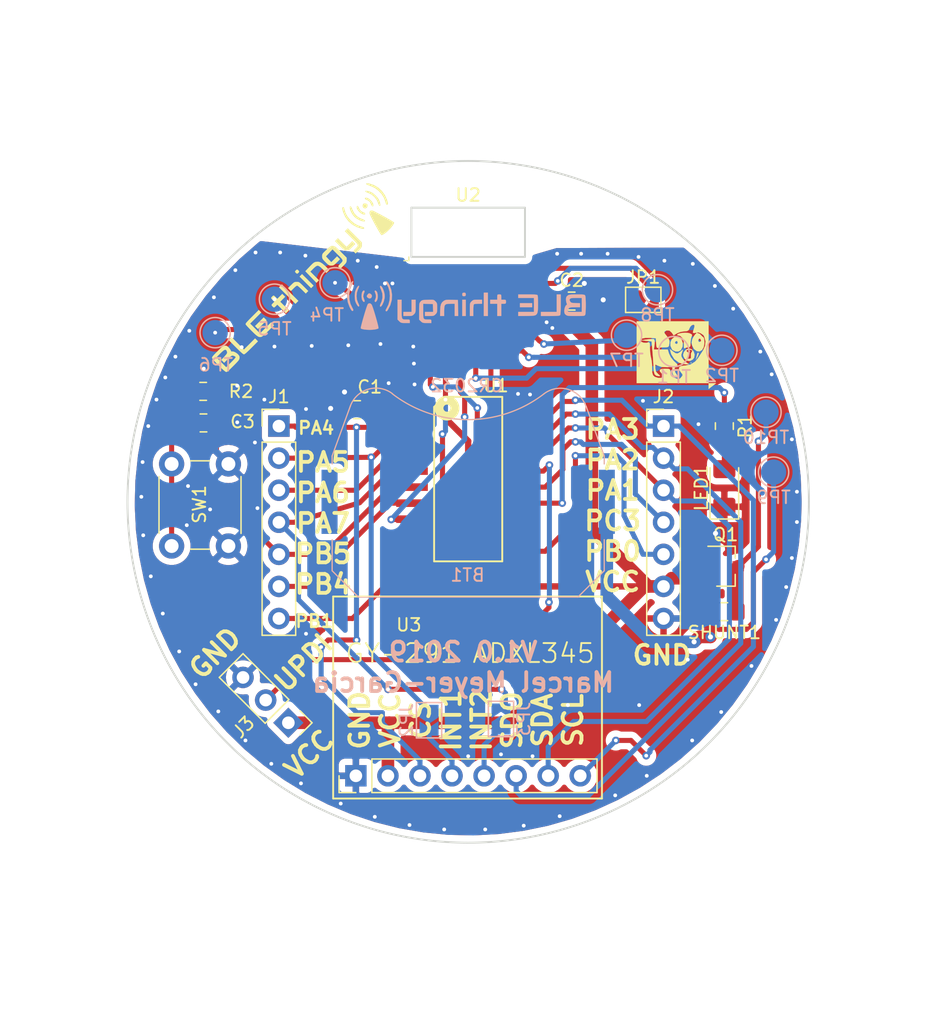
<source format=kicad_pcb>
(kicad_pcb (version 20171130) (host pcbnew 5.0.2-bee76a0~70~ubuntu18.04.1)
  (layers (0 F.Cu signal) (31 B.Cu signal) (34 B.Paste user) (35 F.Paste user) (36 B.SilkS user) (37 F.SilkS user) (38 B.Mask user) (39 F.Mask user) (44 Edge.Cuts user))
  (net 0 "")
  (net 1 "Net-(BT1-Pad1)")
  (net 2 "Net-(Q1-Pad3)")
  (net 3 GND)
  (net 4 VCC)
  (net 5 PA4)
  (net 6 PA5)
  (net 7 PA6)
  (net 8 PA7)
  (net 9 PB5)
  (net 10 PB4)
  (net 11 PB1)
  (net 12 PB0)
  (net 13 PC3)
  (net 14 PA1)
  (net 15 PA2)
  (net 16 PA3)
  (net 17 UPDI)
  (net 18 "Net-(JP1-Pad2)")
  (net 19 "Net-(TP1-Pad1)")
  (net 20 "Net-(TP2-Pad1)")
  (net 21 "Net-(TP4-Pad1)")
  (net 22 "Net-(TP5-Pad1)")
  (net 23 "Net-(TP6-Pad1)")
  (net 24 "Net-(TP7-Pad1)")
  (net 25 "Net-(TP8-Pad1)")
  (net 26 BLE_RESET)
  (net 27 MCU_RX)
  (net 28 BLE_WAKEUP)
  (net 29 MCU_TX)
  (net 30 "Net-(JP2-Pad2)")
  (net 31 "Net-(JP3-Pad1)")
  (net 32 "Net-(R1-Pad1)")
  (net 33 "Net-(R2-Pad2)")
  (net 34 "Net-(LED1-Pad2)")
  (module my_components:BLE_thingy_logo (layer F.Cu) (at 136.9 82.55 45)
    (fp_text reference G*** hide)
    (fp_text value LOGO hide)
  )
  (module LED_SMD:LED_1206_3216Metric_Pad1.42x1.75mm_HandSolder (layer F.Cu) (at 170.3 98.9 90)
    (fp_text reference LED1 (at 0 -1.82 90) (layer F.SilkS))
    (fp_text value LED)
    (pad 1 smd roundrect (at -1.4875 0 90) (size 1.425 1.75) (layers F.Cu F.Paste F.Mask) (roundrect_rratio 0.175439) (net 3 GND))
    (pad 2 smd roundrect (at 1.4875 0 90) (size 1.425 1.75) (layers F.Cu F.Paste F.Mask) (roundrect_rratio 0.175439) (net 34 "Net-(LED1-Pad2)"))
  )
  (module Capacitor_SMD:C_0805_2012Metric_Pad1.15x1.40mm_HandSolder (layer F.Cu) (at 158.2 84.1)
    (fp_text reference C2 (at 0 -1.65) (layer F.SilkS))
    (fp_text value C)
    (pad 1 smd roundrect (at -1.025 0) (size 1.15 1.4) (layers F.Cu F.Paste F.Mask) (roundrect_rratio 0.217391) (net 4 VCC))
    (pad 2 smd roundrect (at 1.025 0) (size 1.15 1.4) (layers F.Cu F.Paste F.Mask) (roundrect_rratio 0.217391) (net 3 GND))
  )
  (module Capacitor_SMD:C_0805_2012Metric_Pad1.15x1.40mm_HandSolder (layer F.Cu) (at 141.2 92.7 180)
    (fp_text reference C1 (at -1 1.8 180) (layer F.SilkS))
    (fp_text value C)
    (pad 2 smd roundrect (at 1.025 0 180) (size 1.15 1.4) (layers F.Cu F.Paste F.Mask) (roundrect_rratio 0.217391) (net 3 GND))
    (pad 1 smd roundrect (at -1.025 0 180) (size 1.15 1.4) (layers F.Cu F.Paste F.Mask) (roundrect_rratio 0.217391) (net 4 VCC))
  )
  (module Connector_PinHeader_2.54mm:PinHeader_1x07_P2.54mm_Vertical (layer F.Cu) (at 165.48 94)
    (fp_text reference J2 (at 0 -2.33) (layer F.SilkS))
    (fp_text value Conn_01x07)
    (pad 7 thru_hole oval (at 0 15.24) (size 1.7 1.7) (drill 1) (layers *.Cu *.Mask) (net 3 GND))
    (pad 6 thru_hole oval (at 0 12.7) (size 1.7 1.7) (drill 1) (layers *.Cu *.Mask) (net 4 VCC))
    (pad 5 thru_hole oval (at 0 10.16) (size 1.7 1.7) (drill 1) (layers *.Cu *.Mask) (net 12 PB0))
    (pad 4 thru_hole oval (at 0 7.62) (size 1.7 1.7) (drill 1) (layers *.Cu *.Mask) (net 13 PC3))
    (pad 3 thru_hole oval (at 0 5.08) (size 1.7 1.7) (drill 1) (layers *.Cu *.Mask) (net 14 PA1))
    (pad 2 thru_hole oval (at 0 2.54) (size 1.7 1.7) (drill 1) (layers *.Cu *.Mask) (net 15 PA2))
    (pad 1 thru_hole rect (at 0 0) (size 1.7 1.7) (drill 1) (layers *.Cu *.Mask) (net 16 PA3))
  )
  (module my_components:GY-291_ADXL345_breakout_board (layer F.Cu) (at 141.1 121.7 90)
    (fp_text reference U3 (at 11.95 4.2 180) (layer F.SilkS))
    (fp_text value GY-291_ADXL345)
    (fp_text user "GY-291 ADXL345" (at 9.7 9.05 180) (layer F.SilkS) (effects (font (size 1.5 1.5))))
    (pad 1 thru_hole rect (at 0 0 90) (size 1.7 1.7) (drill 1) (layers *.Cu *.Mask) (net 3 GND))
    (pad 2 thru_hole oval (at 0 2.54 90) (size 1.7 1.7) (drill 1) (layers *.Cu *.Mask) (net 4 VCC))
    (pad 3 thru_hole oval (at 0 5.08 90) (size 1.7 1.7) (drill 1) (layers *.Cu *.Mask) (net 5 PA4))
    (pad 4 thru_hole oval (at 0 7.62 90) (size 1.7 1.7) (drill 1) (layers *.Cu *.Mask) (net 30 "Net-(JP2-Pad2)"))
    (pad 5 thru_hole oval (at 0 10.16 90) (size 1.7 1.7) (drill 1) (layers *.Cu *.Mask) (net 31 "Net-(JP3-Pad1)"))
    (pad 6 thru_hole oval (at 0 12.7 90) (size 1.7 1.7) (drill 1) (layers *.Cu *.Mask) (net 15 PA2))
    (pad 7 thru_hole oval (at 0 15.24 90) (size 1.7 1.7) (drill 1) (layers *.Cu *.Mask) (net 14 PA1))
    (pad 8 thru_hole oval (at 0 17.78 90) (size 1.7 1.7) (drill 1) (layers *.Cu *.Mask) (net 16 PA3))
  )
  (module TestPoint:TestPoint_Pad_D2.0mm (layer B.Cu) (at 173.6 92.9)
    (fp_text reference TP10 (at 0 1.998) (layer B.SilkS) (effects (justify mirror)))
    (fp_text value SHUNT-)
    (pad 1 smd circle (at 0 0) (size 2 2) (layers B.Cu B.Mask) (net 2 "Net-(Q1-Pad3)"))
  )
  (module TestPoint:TestPoint_Pad_D2.0mm (layer B.Cu) (at 129.95 86.6)
    (fp_text reference TP6 (at 0.05 2.55) (layer B.SilkS) (effects (justify mirror)))
    (fp_text value P1_7)
    (pad 1 smd circle (at 0 0) (size 2 2) (layers B.Cu B.Mask) (net 23 "Net-(TP6-Pad1)"))
  )
  (module TestPoint:TestPoint_Pad_D2.0mm (layer B.Cu) (at 162.55 86.8)
    (fp_text reference TP7 (at 0 1.998) (layer B.SilkS) (effects (justify mirror)))
    (fp_text value P0_2)
    (pad 1 smd circle (at 0 0) (size 2 2) (layers B.Cu B.Mask) (net 24 "Net-(TP7-Pad1)"))
  )
  (module Connector_PinHeader_2.54mm:PinHeader_1x03_P2.54mm_Vertical (layer F.Cu) (at 135.75 117.5 225)
    (fp_text reference J3 (at 2.757716 2.262742 225) (layer F.SilkS))
    (fp_text value PROGRAMMING_CONN)
    (pad 1 thru_hole rect (at 0 0 225) (size 1.7 1.7) (drill 1) (layers *.Cu *.Mask) (net 4 VCC))
    (pad 2 thru_hole oval (at 0 2.54 225) (size 1.7 1.7) (drill 1) (layers *.Cu *.Mask) (net 17 UPDI))
    (pad 3 thru_hole oval (at 0 5.079999 225) (size 1.7 1.7) (drill 1) (layers *.Cu *.Mask) (net 3 GND))
  )
  (module Resistor_SMD:R_0805_2012Metric_Pad1.15x1.40mm_HandSolder (layer F.Cu) (at 129 91.25 180)
    (fp_text reference R2 (at -3 0 180) (layer F.SilkS))
    (fp_text value 1k)
    (pad 1 smd roundrect (at -1.025 0 180) (size 1.15 1.4) (layers F.Cu F.Paste F.Mask) (roundrect_rratio 0.217391) (net 9 PB5))
    (pad 2 smd roundrect (at 1.025 0 180) (size 1.15 1.4) (layers F.Cu F.Paste F.Mask) (roundrect_rratio 0.217391) (net 33 "Net-(R2-Pad2)"))
  )
  (module Resistor_SMD:R_0805_2012Metric_Pad1.15x1.40mm_HandSolder (layer F.Cu) (at 170.3 108.7 180)
    (fp_text reference SHUNT1 (at 0 -1.65 180) (layer F.SilkS))
    (fp_text value R)
    (pad 1 smd roundrect (at -1.025 0 180) (size 1.15 1.4) (layers F.Cu F.Paste F.Mask) (roundrect_rratio 0.217391) (net 2 "Net-(Q1-Pad3)"))
    (pad 2 smd roundrect (at 1.025 0 180) (size 1.15 1.4) (layers F.Cu F.Paste F.Mask) (roundrect_rratio 0.217391) (net 1 "Net-(BT1-Pad1)"))
  )
  (module TestPoint:TestPoint_Pad_D2.0mm (layer B.Cu) (at 165 83.2)
    (fp_text reference TP8 (at 0 1.998) (layer B.SilkS) (effects (justify mirror)))
    (fp_text value P2_7)
    (pad 1 smd circle (at 0 0) (size 2 2) (layers B.Cu B.Mask) (net 25 "Net-(TP8-Pad1)"))
  )
  (module TestPoint:TestPoint_Pad_D2.0mm (layer B.Cu) (at 139.45 82.65)
    (fp_text reference TP4 (at -0.65 2.55) (layer B.SilkS) (effects (justify mirror)))
    (fp_text value P1_3)
    (pad 1 smd circle (at 0 0) (size 2 2) (layers B.Cu B.Mask) (net 21 "Net-(TP4-Pad1)"))
  )
  (module TestPoint:TestPoint_Pad_D2.0mm (layer B.Cu) (at 170.1 88)
    (fp_text reference TP2 (at 0 1.998) (layer B.SilkS) (effects (justify mirror)))
    (fp_text value P0_0)
    (pad 1 smd circle (at 0 0) (size 2 2) (layers B.Cu B.Mask) (net 20 "Net-(TP2-Pad1)"))
  )
  (module Button_Switch_THT:SW_PUSH_6mm_H4.3mm (layer F.Cu) (at 131 97 270)
    (fp_text reference SW1 (at 3.2 2.3 270) (layer F.SilkS))
    (fp_text value SW_Push)
    (pad 2 thru_hole circle (at 0 4.5) (size 2 2) (drill 1.1) (layers *.Cu *.Mask) (net 33 "Net-(R2-Pad2)"))
    (pad 1 thru_hole circle (at 0 0) (size 2 2) (drill 1.1) (layers *.Cu *.Mask) (net 3 GND))
    (pad 2 thru_hole circle (at 6.5 4.5) (size 2 2) (drill 1.1) (layers *.Cu *.Mask) (net 33 "Net-(R2-Pad2)"))
    (pad 1 thru_hole circle (at 6.5 0) (size 2 2) (drill 1.1) (layers *.Cu *.Mask) (net 3 GND))
  )
  (module TestPoint:TestPoint_Pad_D2.0mm (layer B.Cu) (at 174.2 97.65)
    (fp_text reference TP9 (at 0 1.998) (layer B.SilkS) (effects (justify mirror)))
    (fp_text value SHUNT+)
    (pad 1 smd circle (at 0 0) (size 2 2) (layers B.Cu B.Mask) (net 1 "Net-(BT1-Pad1)"))
  )
  (module Package_TO_SOT_SMD:SOT-23 (layer F.Cu) (at 170.4 105.1)
    (fp_text reference Q1 (at 0 -2.5) (layer F.SilkS))
    (fp_text value IRLML6401TRPBF)
    (pad 1 smd rect (at -1 -0.95) (size 0.9 0.8) (layers F.Cu F.Paste F.Mask) (net 3 GND))
    (pad 2 smd rect (at -1 0.95) (size 0.9 0.8) (layers F.Cu F.Paste F.Mask) (net 4 VCC))
    (pad 3 smd rect (at 1 0) (size 0.9 0.8) (layers F.Cu F.Paste F.Mask) (net 2 "Net-(Q1-Pad3)"))
  )
  (module RF_Module:Microchip_RN4871 (layer F.Cu) (at 150 85)
    (fp_text reference U2 (at 0 -9.3) (layer F.SilkS))
    (fp_text value RN4871)
    (pad 6 smd rect (at -3 3.05) (size 0.7 1.5) (layers F.Cu F.Paste F.Mask) (net 28 BLE_WAKEUP))
    (pad 7 smd rect (at -1.8 3.05) (size 0.7 1.5) (layers F.Cu F.Paste F.Mask) (net 29 MCU_TX))
    (pad 8 smd rect (at -0.6 3.05) (size 0.7 1.5) (layers F.Cu F.Paste F.Mask) (net 27 MCU_RX))
    (pad 9 smd rect (at 0.6 3.05) (size 0.7 1.5) (layers F.Cu F.Paste F.Mask) (net 19 "Net-(TP1-Pad1)"))
    (pad 10 smd rect (at 1.8 3.05) (size 0.7 1.5) (layers F.Cu F.Paste F.Mask) (net 26 BLE_RESET))
    (pad 11 smd rect (at 3 3.05) (size 0.7 1.5) (layers F.Cu F.Paste F.Mask) (net 20 "Net-(TP2-Pad1)"))
    (pad 5 smd rect (at -4.35 1.35 90) (size 0.7 1.5) (layers F.Cu F.Paste F.Mask) (net 23 "Net-(TP6-Pad1)"))
    (pad 4 smd rect (at -4.35 0.15 90) (size 0.7 1.5) (layers F.Cu F.Paste F.Mask) (net 22 "Net-(TP5-Pad1)"))
    (pad 3 smd rect (at -4.35 -1.05 90) (size 0.7 1.5) (layers F.Cu F.Paste F.Mask) (net 21 "Net-(TP4-Pad1)"))
    (pad 2 smd rect (at -4.35 -2.25 90) (size 0.7 1.5) (layers F.Cu F.Paste F.Mask) (net 3 GND))
    (pad 1 smd rect (at -4.35 -3.45 90) (size 0.7 1.5) (layers F.Cu F.Paste F.Mask))
    (pad 12 smd rect (at 4.35 1.35 90) (size 0.7 1.5) (layers F.Cu F.Paste F.Mask) (net 24 "Net-(TP7-Pad1)"))
    (pad 13 smd rect (at 4.35 0.15 90) (size 0.7 1.5) (layers F.Cu F.Paste F.Mask) (net 3 GND))
    (pad 14 smd rect (at 4.35 -1.05 90) (size 0.7 1.5) (layers F.Cu F.Paste F.Mask) (net 4 VCC))
    (pad 15 smd rect (at 4.35 -2.3 90) (size 0.7 1.5) (layers F.Cu F.Paste F.Mask) (net 25 "Net-(TP8-Pad1)"))
    (pad 16 smd rect (at 4.35 -3.45 90) (size 0.7 1.5) (layers F.Cu F.Paste F.Mask) (net 18 "Net-(JP1-Pad2)"))
  )
  (module TestPoint:TestPoint_Pad_D2.0mm (layer B.Cu) (at 134.65 83.95)
    (fp_text reference TP5 (at 0 2.35) (layer B.SilkS) (effects (justify mirror)))
    (fp_text value P1_2)
    (pad 1 smd circle (at 0 0) (size 2 2) (layers B.Cu B.Mask) (net 22 "Net-(TP5-Pad1)"))
  )
  (module my_components:SOIC-20_elongated_pads (layer F.Cu) (at 150 98.2 270)
    (fp_text reference U1 (at -7.4 -2.2) (layer F.SilkS))
    (fp_text value ATtiny3216)
    (pad 20 smd rect (at -5.715 -4.45 270) (size 0.6 2.5) (layers F.Cu F.Paste F.Mask) (net 3 GND))
    (pad 1 smd rect (at -5.715 4.45 270) (size 0.6 2.5) (layers F.Cu F.Paste F.Mask) (net 4 VCC))
    (pad 19 smd rect (at -4.445 -4.45 270) (size 0.6 2.5) (layers F.Cu F.Paste F.Mask) (net 16 PA3))
    (pad 2 smd rect (at -4.445 4.45 270) (size 0.6 2.5) (layers F.Cu F.Paste F.Mask) (net 5 PA4))
    (pad 18 smd rect (at -3.175 -4.45 270) (size 0.6 2.5) (layers F.Cu F.Paste F.Mask) (net 15 PA2))
    (pad 3 smd rect (at -3.175 4.45 270) (size 0.6 2.5) (layers F.Cu F.Paste F.Mask) (net 6 PA5))
    (pad 17 smd rect (at -1.905 -4.45 270) (size 0.6 2.5) (layers F.Cu F.Paste F.Mask) (net 14 PA1))
    (pad 4 smd rect (at -1.905 4.45 270) (size 0.6 2.5) (layers F.Cu F.Paste F.Mask) (net 7 PA6))
    (pad 16 smd rect (at -0.635 -4.45 270) (size 0.6 2.5) (layers F.Cu F.Paste F.Mask) (net 17 UPDI))
    (pad 5 smd rect (at -0.635 4.45 270) (size 0.6 2.5) (layers F.Cu F.Paste F.Mask) (net 8 PA7))
    (pad 15 smd rect (at 0.635 -4.45 270) (size 0.6 2.5) (layers F.Cu F.Paste F.Mask) (net 13 PC3))
    (pad 6 smd rect (at 0.635 4.45 270) (size 0.6 2.5) (layers F.Cu F.Paste F.Mask) (net 9 PB5))
    (pad 14 smd rect (at 1.905 -4.45 270) (size 0.6 2.5) (layers F.Cu F.Paste F.Mask) (net 32 "Net-(R1-Pad1)"))
    (pad 7 smd rect (at 1.905 4.45 270) (size 0.6 2.5) (layers F.Cu F.Paste F.Mask) (net 10 PB4))
    (pad 13 smd rect (at 3.175 -4.45 270) (size 0.6 2.5) (layers F.Cu F.Paste F.Mask) (net 26 BLE_RESET))
    (pad 8 smd rect (at 3.175 4.45 270) (size 0.6 2.5) (layers F.Cu F.Paste F.Mask) (net 27 MCU_RX))
    (pad 12 smd rect (at 4.445 -4.45 270) (size 0.6 2.5) (layers F.Cu F.Paste F.Mask) (net 28 BLE_WAKEUP))
    (pad 9 smd rect (at 4.445 4.45 270) (size 0.6 2.5) (layers F.Cu F.Paste F.Mask) (net 29 MCU_TX))
    (pad 11 smd rect (at 5.715 -4.45 270) (size 0.6 2.5) (layers F.Cu F.Paste F.Mask) (net 12 PB0))
    (pad 10 smd rect (at 5.715 4.45 270) (size 0.6 2.5) (layers F.Cu F.Paste F.Mask) (net 11 PB1))
  )
  (module Battery:BatteryHolder_Keystone_3034_1x20mm (layer B.Cu) (at 150 100)
    (fp_text reference BT1 (at -0.05 5.8) (layer B.SilkS) (effects (justify mirror)))
    (fp_text value CR2032 (at -0.1 -9.2 180) (layer B.SilkS) (effects (justify mirror)))
    (pad 2 smd rect (at 0 0) (size 3.96 3.96) (layers B.Cu B.Paste B.Mask) (net 3 GND))
    (pad 1 smd rect (at 10.985 0) (size 1.27 5.08) (layers B.Cu B.Paste B.Mask) (net 1 "Net-(BT1-Pad1)"))
    (pad 1 smd rect (at -10.985 0) (size 1.27 5.08) (layers B.Cu B.Paste B.Mask))
  )
  (module Jumper:SolderJumper-2_P1.3mm_Open_TrianglePad1.0x1.5mm (layer F.Cu) (at 163.875 84)
    (fp_text reference JP1 (at 0 -1.8) (layer F.SilkS))
    (fp_text value BLE_MODE)
    (pad 2 smd custom (at 0.725 0) (size 0.3 0.3) (layers F.Cu F.Mask) (net 18 "Net-(JP1-Pad2)") (options (clearance outline) (anchor rect)) (primitives (gr_poly (pts (xy -0.65 -0.75) (xy 0.5 -0.75) (xy 0.5 0.75) (xy -0.65 0.75) (xy -0.15 0)) (width 0))))
    (pad 1 smd custom (at -0.725 0) (size 0.3 0.3) (layers F.Cu F.Mask) (net 3 GND) (options (clearance outline) (anchor rect)) (primitives (gr_poly (pts (xy -0.5 -0.75) (xy 0.5 -0.75) (xy 1 0) (xy 0.5 0.75) (xy -0.5 0.75)) (width 0))))
  )
  (module Resistor_SMD:R_0805_2012Metric_Pad1.15x1.40mm_HandSolder (layer F.Cu) (at 170.3 94 270)
    (fp_text reference R1 (at 0 -1.65 270) (layer F.SilkS))
    (fp_text value 68R)
    (pad 2 smd roundrect (at 1.025 0 270) (size 1.15 1.4) (layers F.Cu F.Paste F.Mask) (roundrect_rratio 0.217391) (net 34 "Net-(LED1-Pad2)"))
    (pad 1 smd roundrect (at -1.025 0 270) (size 1.15 1.4) (layers F.Cu F.Paste F.Mask) (roundrect_rratio 0.217391) (net 32 "Net-(R1-Pad1)"))
  )
  (module Connector_PinHeader_2.54mm:PinHeader_1x07_P2.54mm_Vertical (layer F.Cu) (at 135 94)
    (fp_text reference J1 (at 0 -2.33) (layer F.SilkS))
    (fp_text value Conn_01x07)
    (pad 1 thru_hole rect (at 0 0) (size 1.7 1.7) (drill 1) (layers *.Cu *.Mask) (net 5 PA4))
    (pad 2 thru_hole oval (at 0 2.54) (size 1.7 1.7) (drill 1) (layers *.Cu *.Mask) (net 6 PA5))
    (pad 3 thru_hole oval (at 0 5.08) (size 1.7 1.7) (drill 1) (layers *.Cu *.Mask) (net 7 PA6))
    (pad 4 thru_hole oval (at 0 7.62) (size 1.7 1.7) (drill 1) (layers *.Cu *.Mask) (net 8 PA7))
    (pad 5 thru_hole oval (at 0 10.16) (size 1.7 1.7) (drill 1) (layers *.Cu *.Mask) (net 9 PB5))
    (pad 6 thru_hole oval (at 0 12.7) (size 1.7 1.7) (drill 1) (layers *.Cu *.Mask) (net 10 PB4))
    (pad 7 thru_hole oval (at 0 15.24) (size 1.7 1.7) (drill 1) (layers *.Cu *.Mask) (net 11 PB1))
  )
  (module Jumper:SolderJumper-2_P1.3mm_Open_TrianglePad1.0x1.5mm (layer B.Cu) (at 152.6 117.2 90)
    (fp_text reference JP3 (at 0 1.8 90) (layer B.SilkS) (effects (justify mirror)))
    (fp_text value INT2)
    (pad 1 smd custom (at -0.725 0 90) (size 0.3 0.3) (layers B.Cu B.Mask) (net 31 "Net-(JP3-Pad1)") (options (clearance outline) (anchor rect)) (primitives (gr_poly (pts (xy -0.5 0.75) (xy 0.5 0.75) (xy 1 0) (xy 0.5 -0.75) (xy -0.5 -0.75)) (width 0))))
    (pad 2 smd custom (at 0.725 0 90) (size 0.3 0.3) (layers B.Cu B.Mask) (net 8 PA7) (options (clearance outline) (anchor rect)) (primitives (gr_poly (pts (xy -0.65 0.75) (xy 0.5 0.75) (xy 0.5 -0.75) (xy -0.65 -0.75) (xy -0.15 0)) (width 0))))
  )
  (module Jumper:SolderJumper-2_P1.3mm_Open_TrianglePad1.0x1.5mm (layer B.Cu) (at 146.9 117.3 270)
    (fp_text reference JP2 (at 0 1.8 270) (layer B.SilkS) (effects (justify mirror)))
    (fp_text value INT1)
    (pad 2 smd custom (at 0.725 0 270) (size 0.3 0.3) (layers B.Cu B.Mask) (net 30 "Net-(JP2-Pad2)") (options (clearance outline) (anchor rect)) (primitives (gr_poly (pts (xy -0.65 0.75) (xy 0.5 0.75) (xy 0.5 -0.75) (xy -0.65 -0.75) (xy -0.15 0)) (width 0))))
    (pad 1 smd custom (at -0.725 0 270) (size 0.3 0.3) (layers B.Cu B.Mask) (net 6 PA5) (options (clearance outline) (anchor rect)) (primitives (gr_poly (pts (xy -0.5 0.75) (xy 0.5 0.75) (xy 1 0) (xy 0.5 -0.75) (xy -0.5 -0.75)) (width 0))))
  )
  (module Capacitor_SMD:C_0805_2012Metric_Pad1.15x1.40mm_HandSolder (layer F.Cu) (at 129.025 93.75)
    (fp_text reference C3 (at 3.1 -0.1) (layer F.SilkS))
    (fp_text value 100n)
    (pad 1 smd roundrect (at -1.025 0) (size 1.15 1.4) (layers F.Cu F.Paste F.Mask) (roundrect_rratio 0.217391) (net 9 PB5))
    (pad 2 smd roundrect (at 1.025 0) (size 1.15 1.4) (layers F.Cu F.Paste F.Mask) (roundrect_rratio 0.217391) (net 3 GND))
  )
  (module TestPoint:TestPoint_Pad_D2.0mm (layer B.Cu) (at 166.3 88.1)
    (fp_text reference TP1 (at 0 1.998) (layer B.SilkS) (effects (justify mirror)))
    (fp_text value P3_6)
    (pad 1 smd circle (at 0 0) (size 2 2) (layers B.Cu B.Mask) (net 19 "Net-(TP1-Pad1)"))
  )
  (module my_components:BLE_thingy_logo (layer B.Cu) (at 149.9 84.45 180)
    (fp_text reference G*** hide)
    (fp_text value LOGO hide)
  )
  (module my_components:dawg (layer F.Cu) (at 166.35 88.1)
    (fp_text reference G*** hide)
    (fp_text value LOGO hide)
  )
  (gr_text "V1.0 2019\nMarcel Meyer-Garcia" (at 149.6 113.1) (layer B.SilkS) (effects (font (size 1.5 1.5) (thickness 0.3)) (justify mirror)))
  (gr_text PB1 (at 137.8 109.45) (layer F.SilkS) (effects (font (size 1 1) (thickness 0.2))))
  (gr_text PA4 (at 137.95 94.15) (layer F.SilkS) (effects (font (size 1 1) (thickness 0.2))))
  (gr_text GND (at 165.35 112.15) (layer F.SilkS) (effects (font (size 1.5 1.5) (thickness 0.3))))
  (gr_text VCC (at 137.4 120 45) (layer F.SilkS) (effects (font (size 1.5 1.5) (thickness 0.3))))
  (gr_text GND (at 129.95 112 45) (layer F.SilkS) (effects (font (size 1.5 1.5) (thickness 0.3))))
  (gr_text UPDI (at 136.95 112.75 45) (layer F.SilkS) (effects (font (size 1.5 1.5) (thickness 0.3))))
  (gr_text "GND\nVCC\nCS\nINT1\nINT2\nSDO\nSDA\nSCL" (at 149.85 117.3 90) (layer F.SilkS) (effects (font (size 1.5 1.5) (thickness 0.3))))
  (gr_text "PA3\nPA2\nPA1\nPC3\nPB0\nVCC" (at 161.45 100.3) (layer F.SilkS) (effects (font (size 1.5 1.5) (thickness 0.3))))
  (gr_text "PA5\nPA6\nPA7\nPB5\nPB4" (at 138.5 101.7) (layer F.SilkS) (effects (font (size 1.5 1.5) (thickness 0.3))))
  (gr_circle (center 150 100) (end 177 100) (layer Edge.Cuts) (width 0.15))
  (gr_line (start 154.5 76.8) (end 154.5 76.7) (layer Edge.Cuts) (width 0.15))
  (gr_line (start 154.5 80.6) (end 154.5 76.8) (layer Edge.Cuts) (width 0.15))
  (gr_line (start 145.5 80.6) (end 154.5 80.6) (layer Edge.Cuts) (width 0.15))
  (gr_line (start 145.5 76.7) (end 145.5 80.6) (layer Edge.Cuts) (width 0.15))
  (gr_line (start 154.5 76.7) (end 145.5 76.7) (layer Edge.Cuts) (width 0.15))
  (via (at 169.2 110.7) (size 0.8) (drill 0.4) (layers F.Cu B.Cu) (net 1))
  (segment (start 164.591999 111.090001) (end 167.9 111.090001) (width 1) (layer B.Cu) (net 1))
  (segment (start 160.985 100) (end 160.985 107.483002) (width 1) (layer B.Cu) (net 1))
  (segment (start 160.985 107.483002) (end 164.591999 111.090001) (width 1) (layer B.Cu) (net 1))
  (segment (start 169.2 108.775) (end 169.275 108.7) (width 1) (layer F.Cu) (net 1))
  (segment (start 169.2 110.7) (end 169.2 108.775) (width 1) (layer F.Cu) (net 1))
  (via (at 167.9 111.090001) (size 0.8) (drill 0.4) (layers F.Cu B.Cu) (net 1))
  (segment (start 168.290001 110.7) (end 167.9 111.090001) (width 1) (layer F.Cu) (net 1))
  (segment (start 169.2 110.7) (end 168.290001 110.7) (width 1) (layer F.Cu) (net 1))
  (via (at 173.6 104.557107) (size 0.6) (drill 0.3) (layers F.Cu B.Cu) (net 1))
  (segment (start 174.2 97.65) (end 174.2 103.957107) (width 0.4) (layer B.Cu) (net 1))
  (segment (start 174.2 103.957107) (end 173.6 104.557107) (width 0.4) (layer B.Cu) (net 1))
  (segment (start 172.60001 105.557097) (end 172.60001 109.54351) (width 0.4) (layer F.Cu) (net 1))
  (segment (start 173.6 104.557107) (end 172.60001 105.557097) (width 0.4) (layer F.Cu) (net 1))
  (segment (start 169.275 109.5) (end 169.275 108.7) (width 0.4) (layer F.Cu) (net 1))
  (segment (start 172.04351 110.10001) (end 169.87501 110.10001) (width 0.4) (layer F.Cu) (net 1))
  (segment (start 169.87501 110.10001) (end 169.275 109.5) (width 0.4) (layer F.Cu) (net 1))
  (segment (start 172.60001 109.54351) (end 172.04351 110.10001) (width 0.4) (layer F.Cu) (net 1))
  (segment (start 171.325 105.175) (end 171.4 105.1) (width 1) (layer F.Cu) (net 2))
  (segment (start 171.325 108.7) (end 171.325 105.175) (width 1) (layer F.Cu) (net 2))
  (via (at 173 95.2) (size 0.6) (drill 0.3) (layers F.Cu B.Cu) (net 2))
  (segment (start 173.6 92.9) (end 173.6 94.6) (width 0.4) (layer B.Cu) (net 2))
  (segment (start 173.6 94.6) (end 173 95.2) (width 0.4) (layer B.Cu) (net 2))
  (segment (start 171.45 105.1) (end 171.4 105.1) (width 0.4) (layer F.Cu) (net 2))
  (segment (start 173 103.55) (end 171.45 105.1) (width 0.4) (layer F.Cu) (net 2))
  (segment (start 173 95.2) (end 173 103.55) (width 0.4) (layer F.Cu) (net 2))
  (segment (start 169.4 104.15) (end 169.4 102.7) (width 1) (layer F.Cu) (net 3))
  (via (at 169.6 102.5) (size 0.8) (drill 0.4) (layers F.Cu B.Cu) (net 3))
  (segment (start 169.4 102.7) (end 169.6 102.5) (width 1) (layer F.Cu) (net 3))
  (via (at 140.2 91.3) (size 0.8) (drill 0.4) (layers F.Cu B.Cu) (net 3))
  (segment (start 140.175 92.7) (end 140.175 91.325) (width 1) (layer F.Cu) (net 3))
  (segment (start 140.175 91.325) (end 140.2 91.3) (width 1) (layer F.Cu) (net 3))
  (via (at 139.1 92.6) (size 0.8) (drill 0.4) (layers F.Cu B.Cu) (net 3))
  (segment (start 140.175 92.7) (end 139.2 92.7) (width 1) (layer F.Cu) (net 3))
  (segment (start 139.2 92.7) (end 139.1 92.6) (width 1) (layer F.Cu) (net 3))
  (via (at 159.2 82.7) (size 0.8) (drill 0.4) (layers F.Cu B.Cu) (net 3))
  (segment (start 159.225 84.1) (end 159.225 82.725) (width 1) (layer F.Cu) (net 3))
  (segment (start 159.225 82.725) (end 159.2 82.7) (width 1) (layer F.Cu) (net 3))
  (via (at 160.7 84) (size 0.8) (drill 0.4) (layers F.Cu B.Cu) (net 3))
  (segment (start 159.225 84.1) (end 160.6 84.1) (width 1) (layer F.Cu) (net 3))
  (segment (start 160.6 84.1) (end 160.7 84) (width 1) (layer F.Cu) (net 3))
  (via (at 144 82.7) (size 0.6) (drill 0.3) (layers F.Cu B.Cu) (net 3))
  (segment (start 145.65 82.75) (end 144.05 82.75) (width 0.5) (layer F.Cu) (net 3))
  (segment (start 144.05 82.75) (end 144 82.7) (width 0.5) (layer F.Cu) (net 3))
  (via (at 143.4 82.7) (size 0.6) (drill 0.3) (layers F.Cu B.Cu) (net 3))
  (segment (start 144 82.7) (end 143.4 82.7) (width 0.5) (layer F.Cu) (net 3))
  (segment (start 154.35 85.15) (end 155.588361 85.15) (width 0.5) (layer F.Cu) (net 3))
  (via (at 156.215562 85.777201) (size 0.6) (drill 0.3) (layers F.Cu B.Cu) (net 3))
  (segment (start 155.588361 85.15) (end 156.215562 85.777201) (width 0.5) (layer F.Cu) (net 3))
  (via (at 156.668261 86.231739) (size 0.6) (drill 0.3) (layers F.Cu B.Cu) (net 3))
  (segment (start 156.215562 85.777201) (end 156.215562 85.77904) (width 0.5) (layer F.Cu) (net 3))
  (segment (start 156.215562 85.77904) (end 156.668261 86.231739) (width 0.5) (layer F.Cu) (net 3))
  (via (at 153.95 91.45) (size 0.6) (drill 0.3) (layers F.Cu B.Cu) (net 3))
  (segment (start 154.45 92.485) (end 154.45 91.95) (width 0.4) (layer F.Cu) (net 3))
  (segment (start 154.45 91.95) (end 153.95 91.45) (width 0.4) (layer F.Cu) (net 3))
  (via (at 154.9 91.5) (size 0.6) (drill 0.3) (layers F.Cu B.Cu) (net 3))
  (segment (start 154.45 91.95) (end 154.9 91.5) (width 0.4) (layer F.Cu) (net 3))
  (segment (start 170.3 101.8) (end 169.6 102.5) (width 0.4) (layer F.Cu) (net 3))
  (segment (start 170.3 100.3875) (end 170.3 101.8) (width 0.4) (layer F.Cu) (net 3))
  (segment (start 163.15 84) (end 160.7 84) (width 0.4) (layer F.Cu) (net 3))
  (segment (start 130.05 96.05) (end 131 97) (width 0.4) (layer F.Cu) (net 3))
  (segment (start 130.05 93.75) (end 130.05 96.05) (width 0.4) (layer F.Cu) (net 3))
  (via (at 126.8 88.5) (size 0.6) (drill 0.3) (layers F.Cu B.Cu) (net 3))
  (via (at 126 90.15) (size 0.6) (drill 0.3) (layers F.Cu B.Cu) (net 3))
  (via (at 125.3 91.9) (size 0.6) (drill 0.3) (layers F.Cu B.Cu) (net 3))
  (via (at 124.65 94) (size 0.6) (drill 0.3) (layers F.Cu B.Cu) (net 3))
  (via (at 124.2 96.85) (size 0.6) (drill 0.3) (layers F.Cu B.Cu) (net 3))
  (via (at 124.1 99.6) (size 0.6) (drill 0.3) (layers F.Cu B.Cu) (net 3))
  (via (at 124.25 102.65) (size 0.6) (drill 0.3) (layers F.Cu B.Cu) (net 3))
  (via (at 124.85 105.9) (size 0.6) (drill 0.3) (layers F.Cu B.Cu) (net 3))
  (via (at 125.8 108.85) (size 0.6) (drill 0.3) (layers F.Cu B.Cu) (net 3))
  (via (at 127.1 111.85) (size 0.6) (drill 0.3) (layers F.Cu B.Cu) (net 3))
  (via (at 128.4 114.45) (size 0.6) (drill 0.3) (layers F.Cu B.Cu) (net 3))
  (via (at 130.2 116.6) (size 0.6) (drill 0.3) (layers F.Cu B.Cu) (net 3))
  (via (at 132.35 118.9) (size 0.6) (drill 0.3) (layers F.Cu B.Cu) (net 3))
  (via (at 134.4 120.75) (size 0.6) (drill 0.3) (layers F.Cu B.Cu) (net 3))
  (via (at 136.75 122.3) (size 0.6) (drill 0.3) (layers F.Cu B.Cu) (net 3))
  (via (at 139.9 123.9) (size 0.6) (drill 0.3) (layers F.Cu B.Cu) (net 3))
  (via (at 142.6 124.95) (size 0.6) (drill 0.3) (layers F.Cu B.Cu) (net 3))
  (via (at 145.35 125.6) (size 0.6) (drill 0.3) (layers F.Cu B.Cu) (net 3))
  (via (at 148.1 125.95) (size 0.6) (drill 0.3) (layers F.Cu B.Cu) (net 3))
  (via (at 151.35 125.95) (size 0.6) (drill 0.3) (layers F.Cu B.Cu) (net 3))
  (via (at 154.4 125.65) (size 0.6) (drill 0.3) (layers F.Cu B.Cu) (net 3))
  (via (at 157.25 124.9) (size 0.6) (drill 0.3) (layers F.Cu B.Cu) (net 3))
  (via (at 161.65 123.25) (size 0.6) (drill 0.3) (layers F.Cu B.Cu) (net 3))
  (via (at 164.15 121.7) (size 0.6) (drill 0.3) (layers F.Cu B.Cu) (net 3))
  (via (at 167.75 118.9) (size 0.6) (drill 0.3) (layers F.Cu B.Cu) (net 3))
  (via (at 170.05 116.65) (size 0.6) (drill 0.3) (layers F.Cu B.Cu) (net 3))
  (via (at 172.45 113) (size 0.6) (drill 0.3) (layers F.Cu B.Cu) (net 3))
  (via (at 174.4 109.35) (size 0.6) (drill 0.3) (layers F.Cu B.Cu) (net 3))
  (via (at 175.2 106.75) (size 0.6) (drill 0.3) (layers F.Cu B.Cu) (net 3))
  (via (at 175.65 104.45) (size 0.6) (drill 0.3) (layers F.Cu B.Cu) (net 3))
  (via (at 176.05 101.6) (size 0.6) (drill 0.3) (layers F.Cu B.Cu) (net 3))
  (via (at 176.05 99.2) (size 0.6) (drill 0.3) (layers F.Cu B.Cu) (net 3))
  (via (at 175.65 95.05) (size 0.6) (drill 0.3) (layers F.Cu B.Cu) (net 3))
  (via (at 174.05 89.9) (size 0.6) (drill 0.3) (layers F.Cu B.Cu) (net 3))
  (via (at 173.15 88.1) (size 0.6) (drill 0.3) (layers F.Cu B.Cu) (net 3))
  (via (at 171 84.7) (size 0.6) (drill 0.3) (layers F.Cu B.Cu) (net 3))
  (via (at 169.55 82.9) (size 0.6) (drill 0.3) (layers F.Cu B.Cu) (net 3))
  (via (at 167.8 81.15) (size 0.6) (drill 0.3) (layers F.Cu B.Cu) (net 3))
  (via (at 165.55 80.9) (size 0.6) (drill 0.3) (layers F.Cu B.Cu) (net 3))
  (via (at 163.5 80.6) (size 0.6) (drill 0.3) (layers F.Cu B.Cu) (net 3))
  (via (at 161.05 80.35) (size 0.6) (drill 0.3) (layers F.Cu B.Cu) (net 3))
  (via (at 158.95 80.35) (size 0.6) (drill 0.3) (layers F.Cu B.Cu) (net 3))
  (via (at 157.05 80.35) (size 0.6) (drill 0.3) (layers F.Cu B.Cu) (net 3))
  (via (at 142.75 81.4) (size 0.6) (drill 0.3) (layers F.Cu B.Cu) (net 3))
  (via (at 141.25 80.9) (size 0.6) (drill 0.3) (layers F.Cu B.Cu) (net 3))
  (via (at 137.1 80.5) (size 0.6) (drill 0.3) (layers F.Cu B.Cu) (net 3))
  (via (at 135.1 80.25) (size 0.6) (drill 0.3) (layers F.Cu B.Cu) (net 3))
  (via (at 133.15 80.25) (size 0.6) (drill 0.3) (layers F.Cu B.Cu) (net 3))
  (via (at 131.55 81.65) (size 0.6) (drill 0.3) (layers F.Cu B.Cu) (net 3))
  (via (at 129.85 83.8) (size 0.6) (drill 0.3) (layers F.Cu B.Cu) (net 3))
  (via (at 127.9 86.45) (size 0.6) (drill 0.3) (layers F.Cu B.Cu) (net 3))
  (via (at 145.65 87.7) (size 0.6) (drill 0.3) (layers F.Cu B.Cu) (net 3))
  (via (at 145.7 89.05) (size 0.6) (drill 0.3) (layers F.Cu B.Cu) (net 3))
  (via (at 145.75 90.7) (size 0.6) (drill 0.3) (layers F.Cu B.Cu) (net 3))
  (via (at 143.7 90.6) (size 0.6) (drill 0.3) (layers F.Cu B.Cu) (net 3))
  (via (at 132.05 87.75) (size 0.6) (drill 0.3) (layers F.Cu B.Cu) (net 3))
  (via (at 134.65 87.7) (size 0.6) (drill 0.3) (layers F.Cu B.Cu) (net 3))
  (via (at 137.6 87.65) (size 0.6) (drill 0.3) (layers F.Cu B.Cu) (net 3))
  (via (at 140.5 87.6) (size 0.6) (drill 0.3) (layers F.Cu B.Cu) (net 3))
  (via (at 143.05 87.5) (size 0.6) (drill 0.3) (layers F.Cu B.Cu) (net 3))
  (via (at 133.3 100.5) (size 0.6) (drill 0.3) (layers F.Cu B.Cu) (net 3))
  (via (at 137.15 92.65) (size 0.6) (drill 0.3) (layers F.Cu B.Cu) (net 3))
  (via (at 133.85 91.9) (size 0.6) (drill 0.3) (layers F.Cu B.Cu) (net 3))
  (via (at 133.1 95.3) (size 0.6) (drill 0.3) (layers F.Cu B.Cu) (net 3))
  (via (at 131.7 93.7) (size 0.6) (drill 0.3) (layers F.Cu B.Cu) (net 3))
  (via (at 131.7 90.8) (size 0.6) (drill 0.3) (layers F.Cu B.Cu) (net 3))
  (via (at 129.05 89.45) (size 0.6) (drill 0.3) (layers F.Cu B.Cu) (net 3))
  (via (at 127.8 98.75) (size 0.6) (drill 0.3) (layers F.Cu B.Cu) (net 3))
  (via (at 129.55 100.6) (size 0.6) (drill 0.3) (layers F.Cu B.Cu) (net 3))
  (via (at 127.7 101.85) (size 0.6) (drill 0.3) (layers F.Cu B.Cu) (net 3))
  (via (at 137.15 110.45) (size 0.6) (drill 0.3) (layers F.Cu B.Cu) (net 3))
  (via (at 150 120.15) (size 0.6) (drill 0.3) (layers F.Cu B.Cu) (net 3))
  (via (at 155.1 120.15) (size 0.6) (drill 0.3) (layers F.Cu B.Cu) (net 3))
  (via (at 152.6 120) (size 0.6) (drill 0.3) (layers F.Cu B.Cu) (net 3))
  (via (at 167.4 112.5) (size 0.6) (drill 0.3) (layers F.Cu B.Cu) (net 3))
  (via (at 163.55 116.1) (size 0.6) (drill 0.3) (layers F.Cu B.Cu) (net 3))
  (via (at 157.9 116.1) (size 0.6) (drill 0.3) (layers F.Cu B.Cu) (net 3))
  (via (at 163.85 92) (size 0.6) (drill 0.3) (layers F.Cu B.Cu) (net 3))
  (via (at 168.25 93.85) (size 0.6) (drill 0.3) (layers F.Cu B.Cu) (net 3))
  (segment (start 166.13 106.05) (end 165.48 106.7) (width 1) (layer F.Cu) (net 4))
  (segment (start 169.4 106.05) (end 166.13 106.05) (width 1) (layer F.Cu) (net 4))
  (segment (start 157.025 83.95) (end 157.175 84.1) (width 0.5) (layer F.Cu) (net 4))
  (segment (start 154.35 83.95) (end 157.025 83.95) (width 0.5) (layer F.Cu) (net 4))
  (segment (start 157.175 84.9) (end 159.8 87.525) (width 1) (layer F.Cu) (net 4))
  (segment (start 157.175 84.1) (end 157.175 84.9) (width 1) (layer F.Cu) (net 4))
  (segment (start 164.277919 106.7) (end 165.48 106.7) (width 1) (layer F.Cu) (net 4))
  (segment (start 159.8 102.222081) (end 164.277919 106.7) (width 1) (layer F.Cu) (net 4))
  (segment (start 159.8 87.525) (end 159.8 102.222081) (width 1) (layer F.Cu) (net 4))
  (segment (start 145.141628 92.076628) (end 145.519999 92.454999) (width 1) (layer F.Cu) (net 4))
  (segment (start 142.848372 92.076628) (end 145.141628 92.076628) (width 1) (layer F.Cu) (net 4))
  (segment (start 142.225 92.7) (end 142.848372 92.076628) (width 1) (layer F.Cu) (net 4))
  (segment (start 150 104.9) (end 151.8 106.7) (width 0.5) (layer F.Cu) (net 4))
  (segment (start 150 95.185) (end 150 104.9) (width 0.5) (layer F.Cu) (net 4))
  (segment (start 145.55 92.485) (end 147.3 92.485) (width 0.5) (layer F.Cu) (net 4))
  (segment (start 147.3 92.485) (end 150 95.185) (width 0.5) (layer F.Cu) (net 4))
  (segment (start 163.95 106.7) (end 153.15 117.5) (width 1) (layer F.Cu) (net 4))
  (segment (start 163.95 106.7) (end 164.277919 106.7) (width 0.5) (layer F.Cu) (net 4))
  (segment (start 151.8 106.7) (end 163.95 106.7) (width 0.5) (layer F.Cu) (net 4))
  (segment (start 143.64 117.61) (end 143.75 117.5) (width 1) (layer F.Cu) (net 4))
  (segment (start 143.64 121.7) (end 143.64 117.61) (width 1) (layer F.Cu) (net 4))
  (segment (start 153.15 117.5) (end 143.75 117.5) (width 1) (layer F.Cu) (net 4))
  (segment (start 143.75 117.5) (end 135.75 117.5) (width 1) (layer F.Cu) (net 4))
  (segment (start 170.3 95.025) (end 170.3 97.4125) (width 0.4) (layer F.Cu) (net 34))
  (segment (start 136.25 94) (end 135 94) (width 0.4) (layer F.Cu) (net 5))
  (segment (start 143.55499 94.10001) (end 141.15 94.10001) (width 0.4) (layer F.Cu) (net 5))
  (segment (start 143.9 93.755) (end 143.55499 94.10001) (width 0.4) (layer F.Cu) (net 5))
  (segment (start 136.35001 94.10001) (end 136.25 94) (width 0.4) (layer F.Cu) (net 5))
  (segment (start 145.55 93.755) (end 143.9 93.755) (width 0.4) (layer F.Cu) (net 5))
  (segment (start 141.15 94.10001) (end 136.35001 94.10001) (width 0.4) (layer F.Cu) (net 5))
  (via (at 141.15 94.10001) (size 0.6) (drill 0.3) (layers F.Cu B.Cu) (net 5))
  (via (at 141.157107 110.942893) (size 0.6) (drill 0.3) (layers F.Cu B.Cu) (net 5))
  (segment (start 141.15 94.10001) (end 141.15 110.935786) (width 0.4) (layer B.Cu) (net 5))
  (segment (start 141.15 110.935786) (end 141.157107 110.942893) (width 0.4) (layer B.Cu) (net 5))
  (via (at 138.347068 111.5) (size 0.6) (drill 0.3) (layers F.Cu B.Cu) (net 5))
  (segment (start 141.157107 110.942893) (end 138.904175 110.942893) (width 0.4) (layer F.Cu) (net 5))
  (segment (start 138.904175 110.942893) (end 138.347068 111.5) (width 0.4) (layer F.Cu) (net 5))
  (segment (start 138.347068 113.867068) (end 138.347068 111.5) (width 0.4) (layer B.Cu) (net 5))
  (segment (start 143.2 117.517919) (end 143.2 116.7) (width 0.4) (layer B.Cu) (net 5))
  (segment (start 146.18 120.497919) (end 143.2 117.517919) (width 0.4) (layer B.Cu) (net 5))
  (segment (start 141.18 116.7) (end 138.347068 113.867068) (width 0.4) (layer B.Cu) (net 5))
  (segment (start 143.2 116.7) (end 141.18 116.7) (width 0.4) (layer B.Cu) (net 5))
  (segment (start 146.18 121.7) (end 146.18 120.497919) (width 0.4) (layer B.Cu) (net 5))
  (segment (start 136.202081 96.54) (end 135 96.54) (width 0.4) (layer F.Cu) (net 6))
  (segment (start 143.9 95.025) (end 142.385 96.54) (width 0.4) (layer F.Cu) (net 6))
  (segment (start 145.55 95.025) (end 143.9 95.025) (width 0.4) (layer F.Cu) (net 6))
  (via (at 142.314296 96.469296) (size 0.6) (drill 0.3) (layers F.Cu B.Cu) (net 6))
  (segment (start 142.314296 111.989296) (end 142.314296 96.469296) (width 0.4) (layer B.Cu) (net 6))
  (segment (start 146.9 116.575) (end 142.314296 111.989296) (width 0.4) (layer B.Cu) (net 6))
  (segment (start 142.385 96.54) (end 142.314296 96.469296) (width 0.4) (layer F.Cu) (net 6))
  (segment (start 142.314296 96.469296) (end 136.202081 96.54) (width 0.4) (layer F.Cu) (net 6))
  (segment (start 136.202081 99.08) (end 135 99.08) (width 0.4) (layer F.Cu) (net 7))
  (segment (start 141.117806 99.08) (end 136.202081 99.08) (width 0.4) (layer F.Cu) (net 7))
  (segment (start 143.902806 96.295) (end 141.117806 99.08) (width 0.4) (layer F.Cu) (net 7))
  (segment (start 145.55 96.295) (end 143.902806 96.295) (width 0.4) (layer F.Cu) (net 7))
  (segment (start 136.202081 101.62) (end 135 101.62) (width 0.4) (layer F.Cu) (net 8))
  (segment (start 145.55 97.565) (end 143.905612 97.565) (width 0.4) (layer F.Cu) (net 8))
  (segment (start 141.4 100.070612) (end 136.202081 101.62) (width 0.4) (layer F.Cu) (net 8))
  (segment (start 143.905612 97.565) (end 141.4 100.070612) (width 0.4) (layer F.Cu) (net 8))
  (via (at 143.65 114.85) (size 0.6) (drill 0.3) (layers F.Cu B.Cu) (net 8))
  (segment (start 136.550001 107.750001) (end 143.65 114.85) (width 0.4) (layer B.Cu) (net 8))
  (segment (start 135 101.62) (end 136.550001 103.170001) (width 0.4) (layer B.Cu) (net 8))
  (segment (start 136.550001 103.170001) (end 136.550001 107.750001) (width 0.4) (layer B.Cu) (net 8))
  (via (at 152.65 114.85) (size 0.6) (drill 0.3) (layers F.Cu B.Cu) (net 8))
  (segment (start 143.65 114.85) (end 152.65 114.85) (width 0.4) (layer F.Cu) (net 8))
  (segment (start 152.949999 115.149999) (end 152.949999 116.125001) (width 0.4) (layer B.Cu) (net 8))
  (segment (start 152.949999 116.125001) (end 152.85001 116.22499) (width 0.4) (layer B.Cu) (net 8))
  (segment (start 152.65 114.85) (end 152.949999 115.149999) (width 0.4) (layer B.Cu) (net 8))
  (segment (start 136.202081 104.16) (end 135 104.16) (width 0.4) (layer F.Cu) (net 9))
  (segment (start 143.908418 98.835) (end 138.583418 104.16) (width 0.4) (layer F.Cu) (net 9))
  (segment (start 138.583418 104.16) (end 136.202081 104.16) (width 0.4) (layer F.Cu) (net 9))
  (segment (start 145.55 98.835) (end 143.908418 98.835) (width 0.4) (layer F.Cu) (net 9))
  (segment (start 129.401628 91.873372) (end 130.025 91.25) (width 0.4) (layer F.Cu) (net 9))
  (segment (start 128.623372 92.720148) (end 129.401628 91.941892) (width 0.4) (layer F.Cu) (net 9))
  (segment (start 128.623372 93.126628) (end 128.623372 92.720148) (width 0.4) (layer F.Cu) (net 9))
  (segment (start 129.401628 91.941892) (end 129.401628 91.873372) (width 0.4) (layer F.Cu) (net 9))
  (segment (start 128 93.75) (end 128.623372 93.126628) (width 0.4) (layer F.Cu) (net 9))
  (segment (start 128.623372 94.373372) (end 128 93.75) (width 0.4) (layer F.Cu) (net 9))
  (segment (start 128.77499 94.52499) (end 128.623372 94.373372) (width 0.4) (layer F.Cu) (net 9))
  (segment (start 128.77499 97.93499) (end 128.77499 94.52499) (width 0.4) (layer F.Cu) (net 9))
  (segment (start 135 104.16) (end 128.77499 97.93499) (width 0.4) (layer F.Cu) (net 9))
  (segment (start 145.55 100.105) (end 144.009998 100.105) (width 0.4) (layer F.Cu) (net 10))
  (segment (start 137.245512 106.7) (end 143.545513 100.399999) (width 0.4) (layer F.Cu) (net 10))
  (segment (start 135 106.7) (end 137.245512 106.7) (width 0.4) (layer F.Cu) (net 10))
  (segment (start 143.840512 100.105) (end 143.545513 100.399999) (width 0.3) (layer F.Cu) (net 10))
  (segment (start 144.009998 100.105) (end 143.840512 100.105) (width 0.3) (layer F.Cu) (net 10))
  (segment (start 136.202081 109.24) (end 135 109.24) (width 0.4) (layer F.Cu) (net 11))
  (segment (start 145.55 104.515) (end 140.825 109.24) (width 0.4) (layer F.Cu) (net 11))
  (segment (start 140.825 109.24) (end 136.202081 109.24) (width 0.4) (layer F.Cu) (net 11))
  (segment (start 145.55 103.915) (end 145.55 104.515) (width 0.4) (layer F.Cu) (net 11))
  (segment (start 158.5 101.515) (end 158.5 96.35) (width 0.4) (layer F.Cu) (net 12))
  (via (at 158.5 96.35) (size 0.6) (drill 0.3) (layers F.Cu B.Cu) (net 12))
  (segment (start 154.45 103.915) (end 156.1 103.915) (width 0.4) (layer F.Cu) (net 12))
  (segment (start 156.1 103.915) (end 158.5 101.515) (width 0.4) (layer F.Cu) (net 12))
  (segment (start 162.35 101.1) (end 163.85 104.15) (width 0.4) (layer B.Cu) (net 12))
  (segment (start 163.85 104.15) (end 165.48 104.16) (width 0.4) (layer B.Cu) (net 12))
  (segment (start 162.35 96.929998) (end 162.35 101.1) (width 0.4) (layer B.Cu) (net 12))
  (segment (start 158.5 96.35) (end 161.770002 96.35) (width 0.4) (layer B.Cu) (net 12))
  (segment (start 161.770002 96.35) (end 162.35 96.929998) (width 0.4) (layer B.Cu) (net 12))
  (segment (start 158.120001 95.249997) (end 158.5 95.249997) (width 0.4) (layer F.Cu) (net 13))
  (segment (start 157.499999 95.869999) (end 158.120001 95.249997) (width 0.4) (layer F.Cu) (net 13))
  (segment (start 157.499999 97.435001) (end 157.499999 95.869999) (width 0.4) (layer F.Cu) (net 13))
  (segment (start 154.45 98.835) (end 156.1 98.835) (width 0.4) (layer F.Cu) (net 13))
  (via (at 158.5 95.249997) (size 0.6) (drill 0.3) (layers F.Cu B.Cu) (net 13))
  (segment (start 156.1 98.835) (end 157.499999 97.435001) (width 0.4) (layer F.Cu) (net 13))
  (segment (start 159.124257 95.44999) (end 162.14999 95.44999) (width 0.4) (layer B.Cu) (net 13))
  (segment (start 158.5 95.249997) (end 158.924264 95.249997) (width 0.4) (layer B.Cu) (net 13))
  (segment (start 158.924264 95.249997) (end 159.124257 95.44999) (width 0.4) (layer B.Cu) (net 13))
  (segment (start 163.250009 96.550009) (end 163.25001 96.557202) (width 0.4) (layer B.Cu) (net 13))
  (segment (start 162.14999 95.44999) (end 163.250009 96.550009) (width 0.4) (layer B.Cu) (net 13))
  (segment (start 163.25001 99.39001) (end 165.48 101.62) (width 0.4) (layer B.Cu) (net 13))
  (segment (start 163.25001 96.557202) (end 163.25001 99.39001) (width 0.4) (layer B.Cu) (net 13))
  (via (at 161.1 94.44999) (size 0.6) (drill 0.3) (layers F.Cu B.Cu) (net 14))
  (segment (start 165.48 99.08) (end 161.1 94.7) (width 0.4) (layer F.Cu) (net 14))
  (segment (start 161.1 94.7) (end 161.1 94.44999) (width 0.4) (layer F.Cu) (net 14))
  (via (at 158.5 94.149994) (size 0.6) (drill 0.3) (layers F.Cu B.Cu) (net 14))
  (segment (start 161.1 94.44999) (end 160.800004 94.149994) (width 0.4) (layer B.Cu) (net 14))
  (segment (start 160.800004 94.149994) (end 158.5 94.149994) (width 0.4) (layer B.Cu) (net 14))
  (segment (start 155.802192 96.295) (end 154.45 96.295) (width 0.4) (layer F.Cu) (net 14))
  (segment (start 157.947198 94.149994) (end 155.802192 96.295) (width 0.4) (layer F.Cu) (net 14))
  (segment (start 158.5 94.149994) (end 157.947198 94.149994) (width 0.4) (layer F.Cu) (net 14))
  (segment (start 166.329999 99.929999) (end 165.48 99.08) (width 0.4) (layer B.Cu) (net 14))
  (segment (start 168.658001 99.929999) (end 166.329999 99.929999) (width 0.4) (layer B.Cu) (net 14))
  (segment (start 156.34 119.41) (end 158.35 117.4) (width 0.4) (layer B.Cu) (net 14))
  (segment (start 156.34 121.7) (end 156.34 119.41) (width 0.4) (layer B.Cu) (net 14))
  (segment (start 158.35 117.4) (end 164.128002 117.4) (width 0.4) (layer B.Cu) (net 14))
  (segment (start 170.700001 110.828001) (end 170.700001 101.971999) (width 0.4) (layer B.Cu) (net 14))
  (segment (start 164.128002 117.4) (end 170.700001 110.828001) (width 0.4) (layer B.Cu) (net 14))
  (segment (start 170.700001 101.971999) (end 168.658001 99.929999) (width 0.4) (layer B.Cu) (net 14))
  (segment (start 157.774395 93.049991) (end 158.5 93.049991) (width 0.4) (layer F.Cu) (net 15))
  (segment (start 154.45 95.025) (end 155.799386 95.025) (width 0.4) (layer F.Cu) (net 15))
  (via (at 158.5 93.049991) (size 0.6) (drill 0.3) (layers F.Cu B.Cu) (net 15))
  (segment (start 155.799386 95.025) (end 157.774395 93.049991) (width 0.4) (layer F.Cu) (net 15))
  (segment (start 163.820013 95.690001) (end 164.630001 95.690001) (width 0.4) (layer B.Cu) (net 15))
  (segment (start 161.180003 93.049991) (end 163.820013 95.690001) (width 0.4) (layer B.Cu) (net 15))
  (segment (start 164.630001 95.690001) (end 165.48 96.54) (width 0.4) (layer B.Cu) (net 15))
  (segment (start 158.5 93.049991) (end 161.180003 93.049991) (width 0.4) (layer B.Cu) (net 15))
  (segment (start 166.329999 97.389999) (end 165.48 96.54) (width 0.4) (layer B.Cu) (net 15))
  (segment (start 171.60001 101.599202) (end 167.390807 97.389999) (width 0.4) (layer B.Cu) (net 15))
  (segment (start 171.600011 111.200797) (end 171.60001 101.599202) (width 0.4) (layer B.Cu) (net 15))
  (segment (start 154.14792 123.250001) (end 159.550807 123.250001) (width 0.4) (layer B.Cu) (net 15))
  (segment (start 167.390807 97.389999) (end 166.329999 97.389999) (width 0.4) (layer B.Cu) (net 15))
  (segment (start 153.8 122.902081) (end 154.14792 123.250001) (width 0.4) (layer B.Cu) (net 15))
  (segment (start 159.550807 123.250001) (end 171.600011 111.200797) (width 0.4) (layer B.Cu) (net 15))
  (segment (start 153.8 121.7) (end 153.8 122.902081) (width 0.4) (layer B.Cu) (net 15))
  (via (at 158.5 91.949988) (size 0.6) (drill 0.3) (layers F.Cu B.Cu) (net 16))
  (segment (start 162.179988 91.949988) (end 158.5 91.949988) (width 0.4) (layer B.Cu) (net 16))
  (segment (start 165.48 94) (end 164.23 94) (width 0.4) (layer B.Cu) (net 16))
  (segment (start 164.23 94) (end 162.179988 91.949988) (width 0.4) (layer B.Cu) (net 16))
  (segment (start 155.79658 93.755) (end 154.45 93.755) (width 0.4) (layer F.Cu) (net 16))
  (segment (start 158.45001 92.04999) (end 157.50159 92.04999) (width 0.4) (layer F.Cu) (net 16))
  (segment (start 158.5 92) (end 158.45001 92.04999) (width 0.4) (layer F.Cu) (net 16))
  (segment (start 157.50159 92.04999) (end 155.79658 93.755) (width 0.4) (layer F.Cu) (net 16))
  (segment (start 158.5 91.949988) (end 158.5 92) (width 0.4) (layer F.Cu) (net 16))
  (via (at 161.7 118.9) (size 0.6) (drill 0.3) (layers F.Cu B.Cu) (net 16))
  (segment (start 158.88 121.7) (end 158.9 121.7) (width 0.4) (layer B.Cu) (net 16))
  (segment (start 158.9 121.7) (end 161.7 118.9) (width 0.4) (layer B.Cu) (net 16))
  (via (at 164.107511 120.107511) (size 0.6) (drill 0.3) (layers F.Cu B.Cu) (net 16))
  (segment (start 161.7 118.9) (end 162.9 118.9) (width 0.4) (layer F.Cu) (net 16))
  (segment (start 162.9 118.9) (end 164.107511 120.107511) (width 0.4) (layer F.Cu) (net 16))
  (segment (start 164.40751 119.666104) (end 172.6 111.473614) (width 0.4) (layer B.Cu) (net 16))
  (segment (start 164.107511 120.107511) (end 164.40751 119.807512) (width 0.4) (layer B.Cu) (net 16))
  (segment (start 164.40751 119.807512) (end 164.40751 119.666104) (width 0.4) (layer B.Cu) (net 16))
  (segment (start 166.73 94) (end 165.48 94) (width 0.4) (layer B.Cu) (net 16))
  (segment (start 172.6 99.87) (end 166.73 94) (width 0.4) (layer B.Cu) (net 16))
  (segment (start 172.6 111.473614) (end 172.6 99.87) (width 0.4) (layer B.Cu) (net 16))
  (via (at 156.435392 97.085393) (size 0.6) (drill 0.3) (layers F.Cu B.Cu) (net 17))
  (segment (start 154.45 97.565) (end 155.955785 97.565) (width 0.4) (layer F.Cu) (net 17))
  (segment (start 155.955785 97.565) (end 156.435392 97.085393) (width 0.4) (layer F.Cu) (net 17))
  (via (at 156.4 107.95) (size 0.6) (drill 0.3) (layers F.Cu B.Cu) (net 17))
  (segment (start 156.435392 97.085393) (end 156.435392 107.914608) (width 0.4) (layer B.Cu) (net 17))
  (segment (start 156.435392 107.914608) (end 156.4 107.95) (width 0.4) (layer B.Cu) (net 17))
  (segment (start 156.4 108.374264) (end 152.274264 112.5) (width 0.4) (layer F.Cu) (net 17))
  (segment (start 156.4 107.95) (end 156.4 108.374264) (width 0.4) (layer F.Cu) (net 17))
  (segment (start 137.157898 112.5) (end 133.953949 115.703949) (width 0.4) (layer F.Cu) (net 17))
  (segment (start 152.274264 112.5) (end 137.157898 112.5) (width 0.4) (layer F.Cu) (net 17))
  (segment (start 162.889955 81.499991) (end 164.85001 83.460046) (width 0.4) (layer F.Cu) (net 18))
  (segment (start 164.85001 83.460046) (end 164.85001 84) (width 0.4) (layer F.Cu) (net 18))
  (segment (start 154.696038 81.499991) (end 155.15 81.499991) (width 0.4) (layer F.Cu) (net 18))
  (segment (start 154.800009 81.499991) (end 155.15 81.499991) (width 0.4) (layer F.Cu) (net 18))
  (segment (start 154.646029 81.55) (end 154.696038 81.499991) (width 0.4) (layer F.Cu) (net 18))
  (segment (start 154.35 81.55) (end 154.646029 81.55) (width 0.4) (layer F.Cu) (net 18))
  (segment (start 155.15 81.499991) (end 162.889955 81.499991) (width 0.4) (layer F.Cu) (net 18))
  (segment (start 154.630002 90.2) (end 150.6 90.2) (width 0.4) (layer B.Cu) (net 19))
  (via (at 150.6 90.2) (size 0.6) (drill 0.3) (layers F.Cu B.Cu) (net 19))
  (segment (start 155.379992 89.45001) (end 154.630002 90.2) (width 0.4) (layer B.Cu) (net 19))
  (segment (start 166.3 88.1) (end 164.94999 89.45001) (width 0.4) (layer B.Cu) (net 19))
  (segment (start 164.94999 89.45001) (end 155.379992 89.45001) (width 0.4) (layer B.Cu) (net 19))
  (segment (start 150.6 90.2) (end 150.6 88.05) (width 0.4) (layer F.Cu) (net 19))
  (via (at 154.8 88.55) (size 0.6) (drill 0.3) (layers F.Cu B.Cu) (net 20))
  (segment (start 153 88.05) (end 154.3 88.05) (width 0.4) (layer F.Cu) (net 20))
  (segment (start 154.3 88.05) (end 154.8 88.55) (width 0.4) (layer F.Cu) (net 20))
  (segment (start 155.224264 88.55) (end 154.8 88.55) (width 0.4) (layer B.Cu) (net 20))
  (segment (start 163.316002 88.55) (end 155.224264 88.55) (width 0.4) (layer B.Cu) (net 20))
  (segment (start 165.666002 86.2) (end 163.316002 88.55) (width 0.4) (layer B.Cu) (net 20))
  (segment (start 168.3 86.2) (end 165.666002 86.2) (width 0.4) (layer B.Cu) (net 20))
  (segment (start 170.1 88) (end 168.3 86.2) (width 0.4) (layer B.Cu) (net 20))
  (segment (start 141.3 83.95) (end 145.65 83.95) (width 0.4) (layer F.Cu) (net 21))
  (via (at 139.45 82.65) (size 0.6) (drill 0.3) (layers F.Cu B.Cu) (net 21))
  (segment (start 139.45 82.65) (end 141.3 83.95) (width 0.4) (layer F.Cu) (net 21))
  (via (at 134.65 83.95) (size 0.6) (drill 0.3) (layers F.Cu B.Cu) (net 22))
  (segment (start 145.65 85.15) (end 135.85 85.15) (width 0.4) (layer F.Cu) (net 22))
  (segment (start 135.85 85.15) (end 134.65 83.95) (width 0.4) (layer F.Cu) (net 22))
  (via (at 129.95 86.6) (size 0.6) (drill 0.3) (layers F.Cu B.Cu) (net 23))
  (segment (start 145.65 86.35) (end 130.2 86.35) (width 0.4) (layer F.Cu) (net 23))
  (segment (start 130.2 86.35) (end 129.95 86.6) (width 0.4) (layer F.Cu) (net 23))
  (via (at 156 87.5) (size 0.6) (drill 0.3) (layers F.Cu B.Cu) (net 24))
  (segment (start 162.15 87.2) (end 162.55 86.8) (width 0.4) (layer B.Cu) (net 24))
  (segment (start 156 87.5) (end 162.15 87.2) (width 0.4) (layer B.Cu) (net 24))
  (segment (start 154.75 86.35) (end 154.35 86.35) (width 0.4) (layer F.Cu) (net 24))
  (segment (start 156 87.5) (end 155.63174 87.23174) (width 0.4) (layer F.Cu) (net 24))
  (segment (start 155.63174 87.23174) (end 154.75 86.35) (width 0.4) (layer F.Cu) (net 24))
  (via (at 157.1 82.499991) (size 0.6) (drill 0.3) (layers F.Cu B.Cu) (net 25))
  (segment (start 154.35 82.7) (end 156.899991 82.7) (width 0.4) (layer F.Cu) (net 25))
  (segment (start 156.899991 82.7) (end 157.1 82.499991) (width 0.4) (layer F.Cu) (net 25))
  (segment (start 157.1 82.499991) (end 158.099991 81.5) (width 0.4) (layer B.Cu) (net 25))
  (segment (start 163.3 81.5) (end 165 83.2) (width 0.4) (layer B.Cu) (net 25))
  (segment (start 158.099991 81.5) (end 163.3 81.5) (width 0.4) (layer B.Cu) (net 25))
  (segment (start 152.8 101.375) (end 154.45 101.375) (width 0.4) (layer F.Cu) (net 26))
  (segment (start 151.85002 100.42502) (end 152.8 101.375) (width 0.4) (layer F.Cu) (net 26))
  (segment (start 151.85002 93.01625) (end 151.85002 100.42502) (width 0.4) (layer F.Cu) (net 26))
  (segment (start 151.8 92.96623) (end 151.85002 93.01625) (width 0.4) (layer F.Cu) (net 26))
  (segment (start 151.8 88.05) (end 151.8 92.96623) (width 0.4) (layer F.Cu) (net 26))
  (segment (start 149.720673 91.651324) (end 149.720673 93.279327) (width 0.4) (layer F.Cu) (net 27))
  (segment (start 149.4 88.05) (end 149.4 91.330651) (width 0.4) (layer F.Cu) (net 27))
  (segment (start 149.4 91.330651) (end 149.720673 91.651324) (width 0.4) (layer F.Cu) (net 27))
  (segment (start 149.720673 93.279327) (end 149.720673 93.279327) (width 0.4) (layer F.Cu) (net 27))
  (via (at 149.720673 93.279327) (size 0.6) (drill 0.3) (layers F.Cu B.Cu) (net 27))
  (segment (start 143.9 101.4) (end 145.525 101.4) (width 0.4) (layer F.Cu) (net 27))
  (segment (start 149.720673 95.059325) (end 149.720673 93.279327) (width 0.4) (layer B.Cu) (net 27))
  (via (at 143.9 101.4) (size 0.6) (drill 0.3) (layers F.Cu B.Cu) (net 27))
  (segment (start 145.525 101.4) (end 145.55 101.375) (width 0.4) (layer F.Cu) (net 27))
  (segment (start 143.9 101.4) (end 149.720673 95.059325) (width 0.4) (layer B.Cu) (net 27))
  (via (at 147.2 90.9) (size 0.6) (drill 0.3) (layers F.Cu B.Cu) (net 28))
  (segment (start 147 88.05) (end 147 90.7) (width 0.4) (layer F.Cu) (net 28))
  (segment (start 147 90.7) (end 147.2 90.9) (width 0.4) (layer F.Cu) (net 28))
  (via (at 150.720673 92.565555) (size 0.6) (drill 0.3) (layers F.Cu B.Cu) (net 28))
  (segment (start 147.2 90.9) (end 149.055118 90.9) (width 0.4) (layer B.Cu) (net 28))
  (segment (start 149.055118 90.9) (end 150.720673 92.565555) (width 0.4) (layer B.Cu) (net 28))
  (segment (start 150.99501 102.645) (end 154.45 102.645) (width 0.4) (layer F.Cu) (net 28))
  (segment (start 150.95001 102.6) (end 150.99501 102.645) (width 0.4) (layer F.Cu) (net 28))
  (segment (start 150.95001 94.791493) (end 150.95001 102.6) (width 0.4) (layer F.Cu) (net 28))
  (segment (start 150.720673 92.565555) (end 150.720673 94.562156) (width 0.4) (layer F.Cu) (net 28))
  (segment (start 150.720673 94.562156) (end 150.95001 94.791493) (width 0.4) (layer F.Cu) (net 28))
  (segment (start 147.2 102.645) (end 145.55 102.645) (width 0.4) (layer F.Cu) (net 29))
  (via (at 148.200795 91.90087) (size 0.6) (drill 0.3) (layers F.Cu B.Cu) (net 29))
  (segment (start 148.2 88.05) (end 148.2 91.900075) (width 0.4) (layer F.Cu) (net 29))
  (segment (start 148.2 91.900075) (end 148.200795 91.90087) (width 0.4) (layer F.Cu) (net 29))
  (via (at 147.965037 94.634963) (size 0.6) (drill 0.3) (layers F.Cu B.Cu) (net 29))
  (segment (start 148.200795 91.90087) (end 148.200795 94.399205) (width 0.4) (layer B.Cu) (net 29))
  (segment (start 148.200795 94.399205) (end 147.965037 94.634963) (width 0.4) (layer B.Cu) (net 29))
  (segment (start 147.090002 102.645) (end 145.55 102.645) (width 0.4) (layer F.Cu) (net 29))
  (segment (start 147.965037 101.769965) (end 147.090002 102.645) (width 0.4) (layer F.Cu) (net 29))
  (segment (start 147.965037 94.634963) (end 147.965037 101.769965) (width 0.4) (layer F.Cu) (net 29))
  (segment (start 146.9 118.677919) (end 146.9 118.27501) (width 0.4) (layer B.Cu) (net 30))
  (segment (start 148.72 120.497919) (end 146.9 118.677919) (width 0.4) (layer B.Cu) (net 30))
  (segment (start 148.72 121.7) (end 148.72 120.497919) (width 0.4) (layer B.Cu) (net 30))
  (segment (start 151.26 119.265) (end 152.6 117.925) (width 0.4) (layer B.Cu) (net 31))
  (segment (start 151.26 121.7) (end 151.26 119.265) (width 0.4) (layer B.Cu) (net 31))
  (segment (start 154.45 100.105) (end 157.445 100.105) (width 0.4) (layer F.Cu) (net 32))
  (via (at 157.45 100.1) (size 0.6) (drill 0.3) (layers F.Cu B.Cu) (net 32))
  (segment (start 157.445 100.105) (end 157.45 100.1) (width 0.4) (layer F.Cu) (net 32))
  (via (at 170.3 91.35) (size 0.6) (drill 0.3) (layers F.Cu B.Cu) (net 32))
  (segment (start 169.899987 90.949987) (end 170.3 91.35) (width 0.4) (layer B.Cu) (net 32))
  (segment (start 158.019999 90.949987) (end 169.899987 90.949987) (width 0.4) (layer B.Cu) (net 32))
  (segment (start 157.45 100.1) (end 157.45 91.519986) (width 0.4) (layer B.Cu) (net 32))
  (segment (start 157.45 91.519986) (end 158.019999 90.949987) (width 0.4) (layer B.Cu) (net 32))
  (segment (start 170.3 91.35) (end 170.3 92.975) (width 0.4) (layer F.Cu) (net 32))
  (segment (start 126.5 92.725) (end 127.975 91.25) (width 0.4) (layer F.Cu) (net 33))
  (segment (start 126.5 97) (end 126.5 92.725) (width 0.4) (layer F.Cu) (net 33))
  (segment (start 126.5 102.085787) (end 126.5 97) (width 0.4) (layer F.Cu) (net 33))
  (segment (start 126.5 103.5) (end 126.5 102.085787) (width 0.4) (layer F.Cu) (net 33))
  (zone (net 0) (net_name "") (layer F.Cu) (connect_pads (clearance 0.508)) (min_thickness 0.254)
    (keepout (tracks not_allowed) (vias not_allowed) (copperpour not_allowed))
    (fill (arc_segments 16) (thermal_gap 0.508) (thermal_bridge_width 0.508))
    (polygon (pts (xy 153.5 86.8) (xy 149.7 86.8) (xy 149.7 81.2) (xy 153.6 81.2)))
  )
  (zone (net 0) (net_name "") (layers F&B.Cu) (connect_pads (clearance 0.508)) (min_thickness 0.254)
    (keepout (tracks not_allowed) (vias not_allowed) (copperpour not_allowed))
    (fill (arc_segments 16) (thermal_gap 0.508) (thermal_bridge_width 0.508))
    (polygon (pts (xy 145.5 76.7) (xy 154.5 76.7) (xy 154.5 80.6) (xy 145.5 80.6)))
  )
  (zone (net 0) (net_name "") (layer F.Cu) (connect_pads (clearance 0.508)) (min_thickness 0.254)
    (keepout (tracks not_allowed) (vias not_allowed) (copperpour not_allowed))
    (fill (arc_segments 16) (thermal_gap 0.508) (thermal_bridge_width 0.508))
    (polygon (pts (xy 148.4 80.8) (xy 146.5 80.8) (xy 146.5 84.3) (xy 148.4 84.3)))
  )
  (zone (net 3) (net_name GND) (layer F.Cu) (connect_pads (clearance 0.5)) (min_thickness 0.4) (fill yes (arc_segments 32) (thermal_gap 0.508) (thermal_bridge_width 0.508))
    (polygon (pts (xy 187 93.6) (xy 159.75 60.25) (xy 119.7 74.2) (xy 115.85 115.4) (xy 150.85 141.4) (xy 181.8 126.95)))
  )
  (zone (net 0) (net_name "") (layers F&B.Cu) (connect_pads (clearance 0.5)) (min_thickness 0.4)
    (keepout (tracks allowed) (vias allowed) (copperpour not_allowed))
    (fill (arc_segments 32) (thermal_gap 0.508) (thermal_bridge_width 0.508))
    (polygon (pts (xy 145.325 80.725) (xy 126.4 78.5) (xy 146.15 73) (xy 152.45 72.9) (xy 158.5 74.05) (xy 170.9 79.85) (xy 157 79.9) (xy 154.6 80.6) (xy 149.25 80.6)))
  )
  (zone (net 3) (net_name GND) (layer B.Cu) (connect_pads (clearance 0.5)) (min_thickness 0.4) (fill yes (arc_segments 32) (thermal_gap 0.508) (thermal_bridge_width 0.508))
    (polygon (pts (xy 179.8 81.35) (xy 156.85 64.75) (xy 115.85 73.2) (xy 112.9 118.85) (xy 153.9 133.75) (xy 179.55 120.95) (xy 180.9 110.3)))
  )
)
</source>
